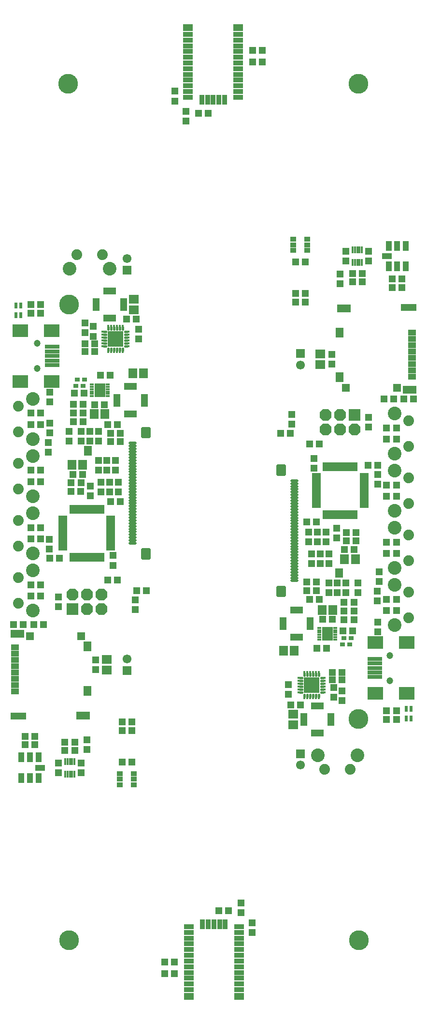
<source format=gts>
G75*
G70*
%OFA0B0*%
%FSLAX24Y24*%
%IPPOS*%
%LPD*%
%AMOC8*
5,1,8,0,0,1.08239X$1,22.5*
%
%ADD10C,0.1365*%
%ADD11R,0.0867X0.0513*%
%ADD12R,0.0513X0.0867*%
%ADD13R,0.0165X0.0160*%
%ADD14C,0.0165*%
%ADD15R,0.0160X0.0165*%
%ADD16R,0.1102X0.1102*%
%ADD17R,0.0291X0.0134*%
%ADD18R,0.0717X0.0921*%
%ADD19R,0.0592X0.0671*%
%ADD20R,0.0513X0.0474*%
%ADD21R,0.0474X0.0513*%
%ADD22R,0.0671X0.0592*%
%ADD23R,0.1064X0.0867*%
%ADD24R,0.0986X0.0277*%
%ADD25C,0.0474*%
%ADD26R,0.0237X0.0395*%
%ADD27R,0.0611X0.0611*%
%ADD28C,0.0611*%
%ADD29R,0.0356X0.0277*%
%ADD30R,0.0671X0.0356*%
%ADD31R,0.0671X0.0474*%
%ADD32R,0.0356X0.0671*%
%ADD33R,0.0395X0.0328*%
%ADD34R,0.0434X0.0671*%
%ADD35R,0.0671X0.0434*%
%ADD36R,0.0169X0.0474*%
%ADD37R,0.0568X0.0395*%
%ADD38R,0.1064X0.0454*%
%ADD39R,0.0946X0.0533*%
%ADD40R,0.0533X0.0671*%
%ADD41R,0.0552X0.0537*%
%ADD42R,0.0572X0.0537*%
%ADD43C,0.0198*%
%ADD44C,0.0268*%
%ADD45R,0.0631X0.0198*%
%ADD46R,0.0198X0.0631*%
%ADD47C,0.0940*%
%ADD48C,0.0740*%
%ADD49R,0.0820X0.0820*%
%ADD50OC8,0.0820*%
%ADD51R,0.0580X0.0330*%
D10*
X008798Y004408D03*
X028806Y004408D03*
X028762Y019624D03*
X008798Y048156D03*
X008754Y063372D03*
X028762Y063372D03*
D11*
X013054Y042522D03*
X013054Y040632D03*
X011617Y047227D03*
X011617Y049116D03*
X024506Y027148D03*
X024506Y025258D03*
X025943Y020553D03*
X025943Y018664D03*
D12*
X026888Y019609D03*
X024998Y019609D03*
X025451Y026203D03*
X023561Y026203D03*
X013998Y041577D03*
X012109Y041577D03*
X012561Y048171D03*
X010672Y048171D03*
D13*
X011518Y046701D03*
X011715Y046701D03*
X011912Y046701D03*
X012109Y046701D03*
X012306Y046701D03*
X012503Y046701D03*
X012502Y044917D03*
X012305Y044917D03*
X012109Y044917D03*
X011912Y044917D03*
X011715Y044917D03*
X011518Y044917D03*
X025058Y022863D03*
X025255Y022863D03*
X025451Y022863D03*
X025648Y022863D03*
X025845Y022863D03*
X026042Y022863D03*
X026042Y021079D03*
X025845Y021079D03*
X025648Y021079D03*
X025451Y021079D03*
X025254Y021079D03*
X025057Y021079D03*
D14*
X025057Y021166D02*
X025057Y021304D01*
X025254Y021304D02*
X025254Y021166D01*
X025451Y021166D02*
X025451Y021304D01*
X025648Y021304D02*
X025648Y021166D01*
X025845Y021166D02*
X025845Y021304D01*
X026041Y021304D02*
X026041Y021166D01*
X026216Y021478D02*
X026354Y021478D01*
X026354Y021675D02*
X026216Y021675D01*
X026216Y021872D02*
X026354Y021872D01*
X026354Y022069D02*
X026216Y022069D01*
X026216Y022266D02*
X026354Y022266D01*
X026354Y022462D02*
X026216Y022462D01*
X026042Y022637D02*
X026042Y022775D01*
X025845Y022775D02*
X025845Y022637D01*
X025648Y022637D02*
X025648Y022775D01*
X025452Y022775D02*
X025452Y022637D01*
X025255Y022637D02*
X025255Y022775D01*
X025058Y022775D02*
X025058Y022637D01*
X024883Y022463D02*
X024745Y022463D01*
X024745Y022266D02*
X024883Y022266D01*
X024883Y022070D02*
X024745Y022070D01*
X024745Y021873D02*
X024883Y021873D01*
X024883Y021676D02*
X024745Y021676D01*
X024745Y021479D02*
X024883Y021479D01*
X012502Y045005D02*
X012502Y045143D01*
X012305Y045143D02*
X012305Y045005D01*
X012108Y045005D02*
X012108Y045143D01*
X011911Y045143D02*
X011911Y045005D01*
X011715Y045005D02*
X011715Y045143D01*
X011518Y045143D02*
X011518Y045005D01*
X011344Y045318D02*
X011206Y045318D01*
X011206Y045514D02*
X011344Y045514D01*
X011344Y045711D02*
X011206Y045711D01*
X011206Y045908D02*
X011344Y045908D01*
X011344Y046105D02*
X011206Y046105D01*
X011206Y046302D02*
X011344Y046302D01*
X011519Y046476D02*
X011519Y046614D01*
X011715Y046614D02*
X011715Y046476D01*
X011912Y046476D02*
X011912Y046614D01*
X012109Y046614D02*
X012109Y046476D01*
X012306Y046476D02*
X012306Y046614D01*
X012503Y046614D02*
X012503Y046476D01*
X012677Y046301D02*
X012815Y046301D01*
X012815Y046104D02*
X012677Y046104D01*
X012677Y045907D02*
X012815Y045907D01*
X012815Y045710D02*
X012677Y045710D01*
X012677Y045514D02*
X012815Y045514D01*
X012815Y045317D02*
X012677Y045317D01*
D15*
X012902Y045317D03*
X012902Y045514D03*
X012902Y045711D03*
X012902Y045908D03*
X012902Y046104D03*
X012902Y046301D03*
X011118Y046302D03*
X011118Y046105D03*
X011118Y045908D03*
X011118Y045711D03*
X011118Y045514D03*
X011118Y045317D03*
X024658Y022463D03*
X024658Y022266D03*
X024658Y022069D03*
X024658Y021872D03*
X024658Y021676D03*
X024658Y021479D03*
X026442Y021478D03*
X026442Y021675D03*
X026442Y021872D03*
X026442Y022069D03*
X026442Y022266D03*
X026442Y022463D03*
D16*
X025550Y021971D03*
X012010Y045809D03*
D17*
X011479Y042660D03*
X011479Y042502D03*
X011479Y042345D03*
X011481Y042187D03*
X011481Y042187D03*
X011479Y042030D03*
X011479Y041872D03*
X010372Y041872D03*
X010372Y042030D03*
X010374Y042187D03*
X010374Y042187D03*
X010372Y042345D03*
X010372Y042502D03*
X010372Y042660D03*
X026081Y025908D03*
X026081Y025750D03*
X026079Y025593D03*
X026079Y025593D03*
X026081Y025435D03*
X026081Y025278D03*
X026081Y025120D03*
X027187Y025120D03*
X027187Y025278D03*
X027187Y025435D03*
X027185Y025593D03*
X027185Y025593D03*
X027187Y025750D03*
X027187Y025908D03*
D18*
X026632Y025514D03*
X010928Y042266D03*
D19*
X011282Y040632D03*
X010534Y040632D03*
X009747Y037148D03*
X008998Y037148D03*
X013211Y043447D03*
X013959Y043447D03*
X023601Y024333D03*
X024349Y024333D03*
X026278Y027148D03*
X027026Y027148D03*
X027813Y030632D03*
X028561Y030632D03*
D20*
X028483Y031301D03*
X028601Y031892D03*
X028621Y032483D03*
X027951Y032483D03*
X027932Y031892D03*
X027813Y031301D03*
X028739Y028998D03*
X028739Y028329D03*
X030077Y028447D03*
X030077Y027778D03*
X030727Y027089D03*
X030097Y026301D03*
X030097Y025632D03*
X031396Y027089D03*
X030195Y029116D03*
X030195Y029786D03*
X030727Y031026D03*
X031396Y031026D03*
X031396Y034963D03*
X030727Y034963D03*
X030097Y037089D03*
X029428Y037089D03*
X030727Y038900D03*
X031396Y038900D03*
X031199Y041656D03*
X030530Y041656D03*
X029487Y040416D03*
X029487Y039746D03*
X026081Y038585D03*
X025412Y038585D03*
X024172Y039943D03*
X024172Y040612D03*
X025215Y033191D03*
X025884Y033191D03*
X025884Y029057D03*
X025884Y028467D03*
X026081Y027876D03*
X025412Y027876D03*
X025215Y028467D03*
X025215Y029057D03*
X026317Y026518D03*
X026987Y026518D03*
X027715Y025711D03*
X028384Y025711D03*
X027656Y022837D03*
X027656Y022325D03*
X026987Y022325D03*
X026987Y022837D03*
X026593Y024490D03*
X025924Y024490D03*
X024782Y020593D03*
X024113Y020593D03*
X020672Y006971D03*
X020672Y006301D03*
X021459Y005593D03*
X021459Y004923D03*
X016085Y002896D03*
X015416Y002896D03*
X015416Y002109D03*
X016085Y002109D03*
X009195Y017463D03*
X009195Y018053D03*
X008526Y018053D03*
X008526Y017463D03*
X006439Y017857D03*
X006439Y018447D03*
X005770Y018447D03*
X005770Y017857D03*
X006361Y026124D03*
X007030Y026124D03*
X008073Y027364D03*
X008073Y028034D03*
X006833Y028880D03*
X006164Y028880D03*
X007463Y030691D03*
X008132Y030691D03*
X006833Y032817D03*
X006164Y032817D03*
X006164Y036754D03*
X006833Y036754D03*
X007365Y037994D03*
X007365Y038664D03*
X007483Y039333D03*
X007483Y040002D03*
X006833Y040691D03*
X007463Y041479D03*
X007463Y042148D03*
X006164Y040691D03*
X008821Y039451D03*
X008821Y038782D03*
X009077Y036479D03*
X008959Y035888D03*
X008939Y035297D03*
X009609Y035297D03*
X009628Y035888D03*
X009747Y036479D03*
X011479Y039904D03*
X011676Y039313D03*
X011676Y038723D03*
X012345Y038723D03*
X012345Y039313D03*
X012148Y039904D03*
X011243Y041262D03*
X010573Y041262D03*
X009845Y042069D03*
X009176Y042069D03*
X009904Y044943D03*
X009904Y045455D03*
X010573Y045455D03*
X010573Y044943D03*
X010967Y043290D03*
X011636Y043290D03*
X012778Y047187D03*
X013447Y047187D03*
X012345Y034589D03*
X011676Y034589D03*
X011479Y029195D03*
X012148Y029195D03*
X013388Y027837D03*
X013388Y027168D03*
X028365Y049727D03*
X028365Y050317D03*
X029034Y050317D03*
X029034Y049727D03*
X031121Y049923D03*
X031121Y049333D03*
X031790Y049333D03*
X031790Y049923D03*
X022144Y064884D03*
X021475Y064884D03*
X021475Y065671D03*
X022144Y065671D03*
X016888Y061479D03*
X016888Y060809D03*
X016101Y062187D03*
X016101Y062857D03*
D21*
X017735Y061341D03*
X018404Y061341D03*
X024428Y051105D03*
X025097Y051105D03*
X025097Y048939D03*
X025097Y048349D03*
X024428Y048349D03*
X024428Y048939D03*
X026928Y044746D03*
X026928Y044077D03*
X027518Y049589D03*
X027518Y050258D03*
X027912Y051164D03*
X027912Y051833D03*
X029487Y051833D03*
X029487Y051164D03*
X031908Y041656D03*
X032577Y041656D03*
X031396Y039687D03*
X030727Y039687D03*
X030117Y036459D03*
X030117Y035790D03*
X030727Y035750D03*
X031396Y035750D03*
X031396Y031813D03*
X030727Y031813D03*
X030727Y027876D03*
X031396Y027876D03*
X028463Y027660D03*
X028463Y027069D03*
X028463Y026479D03*
X027794Y026479D03*
X027794Y027069D03*
X027794Y027660D03*
X027912Y028329D03*
X027912Y028998D03*
X027321Y028998D03*
X026731Y028998D03*
X026731Y028329D03*
X027321Y028329D03*
X026731Y030337D03*
X026731Y031006D03*
X026534Y031833D03*
X025943Y031833D03*
X025943Y032502D03*
X026534Y032502D03*
X027282Y032778D03*
X027282Y032109D03*
X026140Y031006D03*
X025550Y031006D03*
X025550Y030337D03*
X026140Y030337D03*
X025353Y031833D03*
X025353Y032502D03*
X025727Y036892D03*
X025727Y037561D03*
X024093Y039294D03*
X023424Y039294D03*
X014136Y028486D03*
X013467Y028486D03*
X011833Y030219D03*
X011833Y030888D03*
X010278Y035002D03*
X010278Y035671D03*
X011026Y035947D03*
X011617Y035947D03*
X011617Y035278D03*
X011026Y035278D03*
X010829Y036774D03*
X010829Y037443D03*
X011420Y037443D03*
X012010Y037443D03*
X012010Y036774D03*
X011420Y036774D03*
X012207Y035947D03*
X012207Y035278D03*
X010829Y038782D03*
X010239Y038782D03*
X010239Y039451D03*
X010829Y039451D03*
X009766Y040120D03*
X009766Y040711D03*
X009766Y041301D03*
X009097Y041301D03*
X009097Y040711D03*
X009097Y040120D03*
X009648Y039451D03*
X009648Y038782D03*
X006833Y039904D03*
X006164Y039904D03*
X006164Y035967D03*
X006833Y035967D03*
X006833Y032030D03*
X007443Y031990D03*
X007443Y031321D03*
X006164Y032030D03*
X006164Y028093D03*
X006833Y028093D03*
X005652Y026124D03*
X004983Y026124D03*
X010042Y018191D03*
X010042Y017522D03*
X009648Y016616D03*
X009648Y015947D03*
X008073Y015947D03*
X008073Y016616D03*
X010632Y023034D03*
X010632Y023703D03*
X012463Y019431D03*
X012463Y018841D03*
X013132Y018841D03*
X013132Y019431D03*
X013132Y016675D03*
X012463Y016675D03*
X019156Y006439D03*
X019825Y006439D03*
X027636Y020888D03*
X027085Y021124D03*
X027085Y021794D03*
X027636Y021557D03*
X030727Y020199D03*
X030727Y019609D03*
X031396Y019609D03*
X031396Y020199D03*
X023935Y021321D03*
X023935Y021990D03*
X013624Y045790D03*
X013624Y046459D03*
X010475Y046656D03*
X009924Y046892D03*
X009924Y046223D03*
X010475Y045986D03*
X006833Y047581D03*
X006833Y048171D03*
X006164Y048171D03*
X006164Y047581D03*
D22*
X013270Y047797D03*
X013270Y048546D03*
X026140Y044786D03*
X026140Y044038D03*
X024290Y019983D03*
X024290Y019234D03*
X011420Y022994D03*
X011420Y023742D03*
D23*
X007601Y042876D03*
X007601Y046380D03*
X005435Y046380D03*
X005435Y042876D03*
X029959Y024904D03*
X029959Y021400D03*
X032124Y021400D03*
X032124Y024904D03*
D24*
X029920Y023782D03*
X029920Y023467D03*
X029920Y023152D03*
X029920Y022837D03*
X029920Y022522D03*
X007640Y043998D03*
X007640Y044313D03*
X007640Y044628D03*
X007640Y044943D03*
X007640Y045258D03*
D25*
X006617Y045494D03*
X006617Y043762D03*
X030943Y024018D03*
X030943Y022286D03*
D26*
X032073Y020327D03*
X032412Y020327D03*
X032412Y019677D03*
X032073Y019677D03*
X005487Y047453D03*
X005148Y047453D03*
X005148Y048103D03*
X005487Y048103D03*
D27*
X012798Y050534D03*
X024762Y044805D03*
X012798Y022975D03*
X024762Y017246D03*
D28*
X024762Y016459D03*
X012798Y023762D03*
X024762Y044018D03*
X012798Y051321D03*
D29*
X009884Y043014D03*
X009786Y042561D03*
X009274Y042561D03*
X009372Y043014D03*
X027774Y025219D03*
X027676Y024766D03*
X028187Y024766D03*
X028286Y025219D03*
D30*
X020534Y005337D03*
X020534Y004943D03*
X020534Y004549D03*
X020534Y004156D03*
X020534Y003762D03*
X020534Y003368D03*
X020534Y002975D03*
X020534Y002581D03*
X020534Y002187D03*
X020534Y001794D03*
X020534Y001400D03*
X020534Y001006D03*
X017069Y001006D03*
X017069Y001400D03*
X017069Y001794D03*
X017069Y002187D03*
X017069Y002581D03*
X017069Y002975D03*
X017069Y003368D03*
X017069Y003762D03*
X017069Y004156D03*
X017069Y004549D03*
X017069Y004943D03*
X017069Y005337D03*
X017026Y062443D03*
X017026Y062837D03*
X017026Y063231D03*
X017026Y063624D03*
X017026Y064018D03*
X017026Y064412D03*
X017026Y064805D03*
X017026Y065199D03*
X017026Y065593D03*
X017026Y065986D03*
X017026Y066380D03*
X017026Y066774D03*
X020491Y066774D03*
X020491Y066380D03*
X020491Y065986D03*
X020491Y065593D03*
X020491Y065199D03*
X020491Y064805D03*
X020491Y064412D03*
X020491Y064018D03*
X020491Y063624D03*
X020491Y063231D03*
X020491Y062837D03*
X020491Y062443D03*
D31*
X020491Y067227D03*
X017026Y067227D03*
X017069Y000553D03*
X020534Y000553D03*
D32*
X019589Y005494D03*
X019195Y005494D03*
X018802Y005494D03*
X018408Y005494D03*
X018014Y005494D03*
X017971Y062286D03*
X018365Y062286D03*
X018758Y062286D03*
X019152Y062286D03*
X019546Y062286D03*
D33*
X024290Y052660D03*
X024290Y052286D03*
X024290Y051912D03*
X025235Y051912D03*
X025235Y052286D03*
X025235Y052660D03*
X013270Y015868D03*
X013270Y015494D03*
X013270Y015120D03*
X012325Y015120D03*
X012325Y015494D03*
X012325Y015868D03*
D34*
X005514Y015573D03*
X006105Y015573D03*
X006695Y015573D03*
X006695Y016990D03*
X006105Y016990D03*
X005514Y016990D03*
X030865Y050790D03*
X031455Y050790D03*
X032046Y050790D03*
X032046Y052207D03*
X031455Y052207D03*
X030865Y052207D03*
D35*
X030747Y051498D03*
X006813Y016282D03*
D36*
X008546Y016715D03*
X008703Y016715D03*
X008861Y016715D03*
X009018Y016715D03*
X009176Y016715D03*
X009176Y015849D03*
X009018Y015849D03*
X008861Y015849D03*
X008703Y015849D03*
X008546Y015849D03*
X028384Y051065D03*
X028542Y051065D03*
X028699Y051065D03*
X028857Y051065D03*
X029014Y051065D03*
X029014Y051931D03*
X028857Y051931D03*
X028699Y051931D03*
X028542Y051931D03*
X028384Y051931D03*
D37*
X032491Y046244D03*
X032491Y045811D03*
X032491Y045378D03*
X032491Y044945D03*
X032491Y044512D03*
X032491Y044079D03*
X032491Y043646D03*
X032491Y043213D03*
X005069Y024567D03*
X005069Y024134D03*
X005069Y023701D03*
X005069Y023268D03*
X005069Y022835D03*
X005069Y022402D03*
X005069Y021969D03*
X005069Y021536D03*
D38*
X005317Y019825D03*
X032243Y047955D03*
D39*
X032302Y042290D03*
X027782Y047916D03*
X009778Y019864D03*
X005258Y025490D03*
D40*
X010091Y024622D03*
X010091Y021559D03*
X027469Y043158D03*
X027469Y046221D03*
D41*
X027912Y042449D03*
X009648Y025331D03*
D42*
X006105Y025331D03*
X031455Y042449D03*
D43*
X024556Y036046D02*
X024182Y036046D01*
X024182Y035849D02*
X024556Y035849D01*
X024556Y035652D02*
X024182Y035652D01*
X024182Y035455D02*
X024556Y035455D01*
X024556Y035258D02*
X024182Y035258D01*
X024182Y035061D02*
X024556Y035061D01*
X024556Y034864D02*
X024182Y034864D01*
X024182Y034668D02*
X024556Y034668D01*
X024556Y034471D02*
X024182Y034471D01*
X024182Y034274D02*
X024556Y034274D01*
X024556Y034077D02*
X024182Y034077D01*
X024182Y033880D02*
X024556Y033880D01*
X024556Y033683D02*
X024182Y033683D01*
X024182Y033486D02*
X024556Y033486D01*
X024556Y033290D02*
X024182Y033290D01*
X024182Y033093D02*
X024556Y033093D01*
X024556Y032896D02*
X024182Y032896D01*
X024182Y032699D02*
X024556Y032699D01*
X024556Y032502D02*
X024182Y032502D01*
X024182Y032305D02*
X024556Y032305D01*
X024556Y032109D02*
X024182Y032109D01*
X024182Y031912D02*
X024556Y031912D01*
X024556Y031715D02*
X024182Y031715D01*
X024182Y031518D02*
X024556Y031518D01*
X024556Y031321D02*
X024182Y031321D01*
X024182Y031124D02*
X024556Y031124D01*
X024556Y030927D02*
X024182Y030927D01*
X024182Y030731D02*
X024556Y030731D01*
X024556Y030534D02*
X024182Y030534D01*
X024182Y030337D02*
X024556Y030337D01*
X024556Y030140D02*
X024182Y030140D01*
X024182Y029943D02*
X024556Y029943D01*
X024556Y029746D02*
X024182Y029746D01*
X024182Y029549D02*
X024556Y029549D01*
X024556Y029353D02*
X024182Y029353D01*
X024182Y029156D02*
X024556Y029156D01*
X013378Y031734D02*
X013004Y031734D01*
X013004Y031931D02*
X013378Y031931D01*
X013378Y032128D02*
X013004Y032128D01*
X013004Y032325D02*
X013378Y032325D01*
X013378Y032522D02*
X013004Y032522D01*
X013004Y032719D02*
X013378Y032719D01*
X013378Y032916D02*
X013004Y032916D01*
X013004Y033112D02*
X013378Y033112D01*
X013378Y033309D02*
X013004Y033309D01*
X013004Y033506D02*
X013378Y033506D01*
X013378Y033703D02*
X013004Y033703D01*
X013004Y033900D02*
X013378Y033900D01*
X013378Y034097D02*
X013004Y034097D01*
X013004Y034294D02*
X013378Y034294D01*
X013378Y034490D02*
X013004Y034490D01*
X013004Y034687D02*
X013378Y034687D01*
X013378Y034884D02*
X013004Y034884D01*
X013004Y035081D02*
X013378Y035081D01*
X013378Y035278D02*
X013004Y035278D01*
X013004Y035475D02*
X013378Y035475D01*
X013378Y035671D02*
X013004Y035671D01*
X013004Y035868D02*
X013378Y035868D01*
X013378Y036065D02*
X013004Y036065D01*
X013004Y036262D02*
X013378Y036262D01*
X013378Y036459D02*
X013004Y036459D01*
X013004Y036656D02*
X013378Y036656D01*
X013378Y036853D02*
X013004Y036853D01*
X013004Y037049D02*
X013378Y037049D01*
X013378Y037246D02*
X013004Y037246D01*
X013004Y037443D02*
X013378Y037443D01*
X013378Y037640D02*
X013004Y037640D01*
X013004Y037837D02*
X013378Y037837D01*
X013378Y038034D02*
X013004Y038034D01*
X013004Y038231D02*
X013378Y038231D01*
X013378Y038427D02*
X013004Y038427D01*
X013004Y038624D02*
X013378Y038624D01*
D44*
X014327Y039093D02*
X014327Y039613D01*
X014327Y039093D02*
X013925Y039093D01*
X013925Y039613D01*
X014327Y039613D01*
X014327Y039360D02*
X013925Y039360D01*
X014327Y031266D02*
X014327Y030746D01*
X013925Y030746D01*
X013925Y031266D01*
X014327Y031266D01*
X014327Y031013D02*
X013925Y031013D01*
X023233Y028687D02*
X023233Y028167D01*
X023233Y028687D02*
X023635Y028687D01*
X023635Y028167D01*
X023233Y028167D01*
X023233Y028434D02*
X023635Y028434D01*
X023233Y036514D02*
X023233Y037034D01*
X023635Y037034D01*
X023635Y036514D01*
X023233Y036514D01*
X023233Y036781D02*
X023635Y036781D01*
D45*
X025868Y036457D03*
X025868Y036257D03*
X025868Y036057D03*
X025868Y035857D03*
X025868Y035657D03*
X025868Y035457D03*
X025868Y035257D03*
X025868Y035057D03*
X025868Y034857D03*
X025868Y034657D03*
X025868Y034457D03*
X025868Y034257D03*
X029168Y034257D03*
X029168Y034457D03*
X029168Y034657D03*
X029168Y034857D03*
X029168Y035057D03*
X029168Y035257D03*
X029168Y035457D03*
X029168Y035657D03*
X029168Y035857D03*
X029168Y036057D03*
X029168Y036257D03*
X029168Y036457D03*
X011692Y033523D03*
X011692Y033323D03*
X011692Y033123D03*
X011692Y032923D03*
X011692Y032723D03*
X011692Y032523D03*
X011692Y032323D03*
X011692Y032123D03*
X011692Y031923D03*
X011692Y031723D03*
X011692Y031523D03*
X011692Y031323D03*
X008392Y031323D03*
X008392Y031523D03*
X008392Y031723D03*
X008392Y031923D03*
X008392Y032123D03*
X008392Y032323D03*
X008392Y032523D03*
X008392Y032723D03*
X008392Y032923D03*
X008392Y033123D03*
X008392Y033323D03*
X008392Y033523D03*
D46*
X008942Y034073D03*
X009142Y034073D03*
X009342Y034073D03*
X009542Y034073D03*
X009742Y034073D03*
X009942Y034073D03*
X010142Y034073D03*
X010342Y034073D03*
X010542Y034073D03*
X010742Y034073D03*
X010942Y034073D03*
X011142Y034073D03*
X011142Y030773D03*
X010942Y030773D03*
X010742Y030773D03*
X010542Y030773D03*
X010342Y030773D03*
X010142Y030773D03*
X009942Y030773D03*
X009742Y030773D03*
X009542Y030773D03*
X009342Y030773D03*
X009142Y030773D03*
X008942Y030773D03*
X026418Y033707D03*
X026618Y033707D03*
X026818Y033707D03*
X027018Y033707D03*
X027218Y033707D03*
X027418Y033707D03*
X027618Y033707D03*
X027818Y033707D03*
X028018Y033707D03*
X028218Y033707D03*
X028418Y033707D03*
X028618Y033707D03*
X028618Y037007D03*
X028418Y037007D03*
X028218Y037007D03*
X028018Y037007D03*
X027818Y037007D03*
X027618Y037007D03*
X027418Y037007D03*
X027218Y037007D03*
X027018Y037007D03*
X026818Y037007D03*
X026618Y037007D03*
X026418Y037007D03*
D47*
X031262Y036734D03*
X031262Y037916D03*
X031262Y040671D03*
X031262Y033979D03*
X031262Y032797D03*
X031262Y030042D03*
X031262Y028860D03*
X031262Y026105D03*
X028719Y017144D03*
X025963Y017144D03*
X011597Y050636D03*
X008841Y050636D03*
X006298Y041675D03*
X006298Y038920D03*
X006298Y037738D03*
X006298Y034983D03*
X006298Y033801D03*
X006298Y031046D03*
X006298Y029864D03*
X006298Y027109D03*
D48*
X005317Y027601D03*
X005317Y029372D03*
X005317Y031538D03*
X005317Y033309D03*
X005317Y035475D03*
X005317Y037246D03*
X005317Y039412D03*
X005317Y041183D03*
X009333Y051616D03*
X011105Y051616D03*
X026455Y016164D03*
X028227Y016164D03*
X032243Y026597D03*
X032243Y028368D03*
X032243Y030534D03*
X032243Y032305D03*
X032243Y034471D03*
X032243Y036242D03*
X032243Y038408D03*
X032243Y040179D03*
D49*
X028518Y040581D03*
X009042Y027199D03*
D50*
X009042Y028199D03*
X010042Y028199D03*
X010042Y027199D03*
X011042Y027199D03*
X011042Y028199D03*
X026518Y039581D03*
X026518Y040581D03*
X027518Y040581D03*
X027518Y039581D03*
X028518Y039581D03*
D51*
X027459Y029849D03*
X027459Y029525D03*
X010101Y037931D03*
X010101Y038255D03*
M02*

</source>
